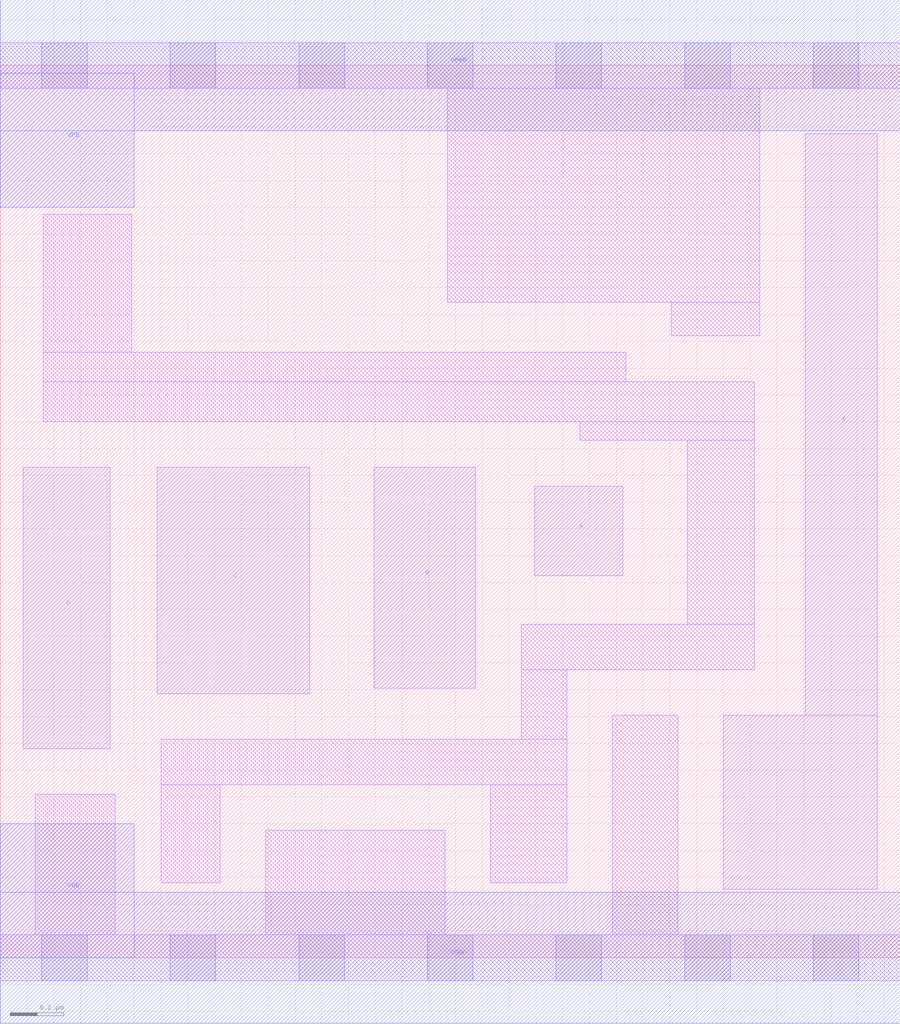
<source format=lef>
# Copyright 2020 The SkyWater PDK Authors
#
# Licensed under the Apache License, Version 2.0 (the "License");
# you may not use this file except in compliance with the License.
# You may obtain a copy of the License at
#
#     https://www.apache.org/licenses/LICENSE-2.0
#
# Unless required by applicable law or agreed to in writing, software
# distributed under the License is distributed on an "AS IS" BASIS,
# WITHOUT WARRANTIES OR CONDITIONS OF ANY KIND, either express or implied.
# See the License for the specific language governing permissions and
# limitations under the License.
#
# SPDX-License-Identifier: Apache-2.0

VERSION 5.5 ;
NAMESCASESENSITIVE ON ;
BUSBITCHARS "[]" ;
DIVIDERCHAR "/" ;
MACRO sky130_fd_sc_lp__or4_1
  CLASS CORE ;
  SOURCE USER ;
  ORIGIN  0.000000  0.000000 ;
  SIZE  3.360000 BY  3.330000 ;
  SYMMETRY X Y R90 ;
  SITE unit ;
  PIN A
    ANTENNAGATEAREA  0.126000 ;
    DIRECTION INPUT ;
    USE SIGNAL ;
    PORT
      LAYER li1 ;
        RECT 1.995000 1.425000 2.325000 1.760000 ;
    END
  END A
  PIN B
    ANTENNAGATEAREA  0.126000 ;
    DIRECTION INPUT ;
    USE SIGNAL ;
    PORT
      LAYER li1 ;
        RECT 1.395000 1.005000 1.775000 1.830000 ;
    END
  END B
  PIN C
    ANTENNAGATEAREA  0.126000 ;
    DIRECTION INPUT ;
    USE SIGNAL ;
    PORT
      LAYER li1 ;
        RECT 0.585000 0.985000 1.155000 1.830000 ;
    END
  END C
  PIN D
    ANTENNAGATEAREA  0.126000 ;
    DIRECTION INPUT ;
    USE SIGNAL ;
    PORT
      LAYER li1 ;
        RECT 0.085000 0.780000 0.410000 1.830000 ;
    END
  END D
  PIN X
    ANTENNADIFFAREA  0.556500 ;
    DIRECTION OUTPUT ;
    USE SIGNAL ;
    PORT
      LAYER li1 ;
        RECT 2.700000 0.255000 3.275000 0.905000 ;
        RECT 3.005000 0.905000 3.275000 3.075000 ;
    END
  END X
  PIN VGND
    DIRECTION INOUT ;
    USE GROUND ;
    PORT
      LAYER met1 ;
        RECT 0.000000 -0.245000 3.360000 0.245000 ;
    END
  END VGND
  PIN VNB
    DIRECTION INOUT ;
    USE GROUND ;
    PORT
      LAYER met1 ;
        RECT 0.000000 0.000000 0.500000 0.500000 ;
    END
  END VNB
  PIN VPB
    DIRECTION INOUT ;
    USE POWER ;
    PORT
      LAYER met1 ;
        RECT 0.000000 2.800000 0.500000 3.300000 ;
    END
  END VPB
  PIN VPWR
    DIRECTION INOUT ;
    USE POWER ;
    PORT
      LAYER met1 ;
        RECT 0.000000 3.085000 3.360000 3.575000 ;
    END
  END VPWR
  OBS
    LAYER li1 ;
      RECT 0.000000 -0.085000 3.360000 0.085000 ;
      RECT 0.000000  3.245000 3.360000 3.415000 ;
      RECT 0.130000  0.085000 0.430000 0.610000 ;
      RECT 0.160000  2.000000 2.815000 2.150000 ;
      RECT 0.160000  2.150000 2.335000 2.260000 ;
      RECT 0.160000  2.260000 0.490000 2.775000 ;
      RECT 0.600000  0.280000 0.820000 0.645000 ;
      RECT 0.600000  0.645000 2.115000 0.815000 ;
      RECT 0.990000  0.085000 1.660000 0.475000 ;
      RECT 1.670000  2.445000 2.835000 3.245000 ;
      RECT 1.830000  0.280000 2.115000 0.645000 ;
      RECT 1.945000  0.815000 2.115000 1.075000 ;
      RECT 1.945000  1.075000 2.815000 1.245000 ;
      RECT 2.165000  1.930000 2.815000 2.000000 ;
      RECT 2.285000  0.085000 2.530000 0.905000 ;
      RECT 2.505000  2.320000 2.835000 2.445000 ;
      RECT 2.565000  1.245000 2.815000 1.930000 ;
    LAYER mcon ;
      RECT 0.155000 -0.085000 0.325000 0.085000 ;
      RECT 0.155000  3.245000 0.325000 3.415000 ;
      RECT 0.635000 -0.085000 0.805000 0.085000 ;
      RECT 0.635000  3.245000 0.805000 3.415000 ;
      RECT 1.115000 -0.085000 1.285000 0.085000 ;
      RECT 1.115000  3.245000 1.285000 3.415000 ;
      RECT 1.595000 -0.085000 1.765000 0.085000 ;
      RECT 1.595000  3.245000 1.765000 3.415000 ;
      RECT 2.075000 -0.085000 2.245000 0.085000 ;
      RECT 2.075000  3.245000 2.245000 3.415000 ;
      RECT 2.555000 -0.085000 2.725000 0.085000 ;
      RECT 2.555000  3.245000 2.725000 3.415000 ;
      RECT 3.035000 -0.085000 3.205000 0.085000 ;
      RECT 3.035000  3.245000 3.205000 3.415000 ;
  END
END sky130_fd_sc_lp__or4_1
END LIBRARY

</source>
